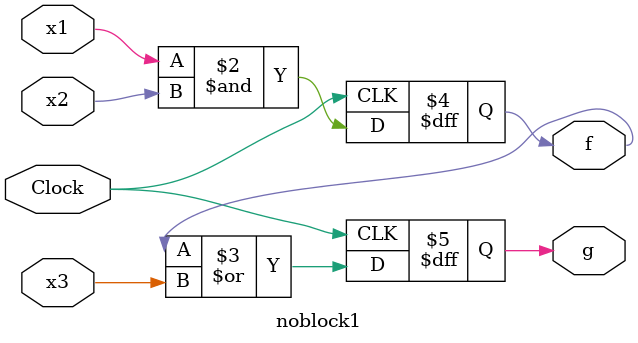
<source format=v>
module noblock1 (x1, x2, x3, Clock, f, g);
    
    input x1, x2, x3, Clock;
    output f, g;
    reg f, g;
    
    always @(posedge Clock)
    begin
      f <= x1 & x2; 
      g <= f | x3;
    end  
endmodule
</source>
